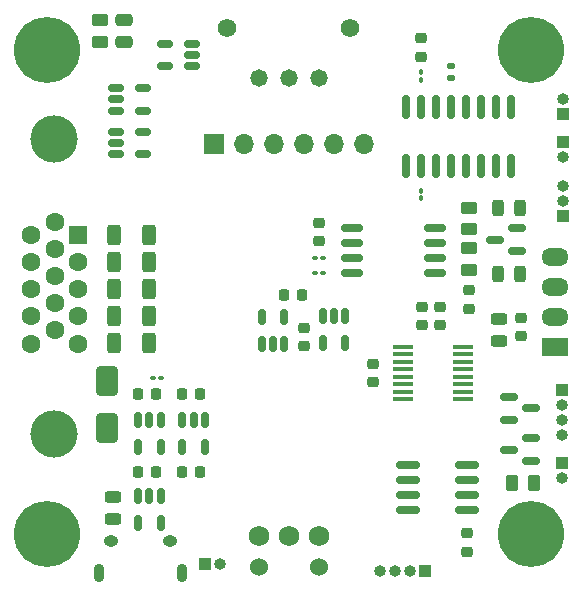
<source format=gbs>
%TF.GenerationSoftware,KiCad,Pcbnew,(7.0.0)*%
%TF.CreationDate,2023-09-29T14:09:18-04:00*%
%TF.ProjectId,_HW_ToslinkToDMX,5f48575f-546f-4736-9c69-6e6b546f444d,rev?*%
%TF.SameCoordinates,Original*%
%TF.FileFunction,Soldermask,Bot*%
%TF.FilePolarity,Negative*%
%FSLAX46Y46*%
G04 Gerber Fmt 4.6, Leading zero omitted, Abs format (unit mm)*
G04 Created by KiCad (PCBNEW (7.0.0)) date 2023-09-29 14:09:18*
%MOMM*%
%LPD*%
G01*
G04 APERTURE LIST*
G04 Aperture macros list*
%AMRoundRect*
0 Rectangle with rounded corners*
0 $1 Rounding radius*
0 $2 $3 $4 $5 $6 $7 $8 $9 X,Y pos of 4 corners*
0 Add a 4 corners polygon primitive as box body*
4,1,4,$2,$3,$4,$5,$6,$7,$8,$9,$2,$3,0*
0 Add four circle primitives for the rounded corners*
1,1,$1+$1,$2,$3*
1,1,$1+$1,$4,$5*
1,1,$1+$1,$6,$7*
1,1,$1+$1,$8,$9*
0 Add four rect primitives between the rounded corners*
20,1,$1+$1,$2,$3,$4,$5,0*
20,1,$1+$1,$4,$5,$6,$7,0*
20,1,$1+$1,$6,$7,$8,$9,0*
20,1,$1+$1,$8,$9,$2,$3,0*%
G04 Aperture macros list end*
%ADD10C,4.000000*%
%ADD11R,1.600000X1.600000*%
%ADD12C,1.600000*%
%ADD13O,0.890000X1.550000*%
%ADD14O,1.250000X0.950000*%
%ADD15C,3.600000*%
%ADD16C,5.600000*%
%ADD17R,1.700000X1.700000*%
%ADD18O,1.700000X1.700000*%
%ADD19R,1.000000X1.000000*%
%ADD20O,1.000000X1.000000*%
%ADD21C,1.473200*%
%ADD22C,1.574800*%
%ADD23R,2.300000X1.500000*%
%ADD24O,2.300000X1.500000*%
%ADD25C,1.750000*%
%ADD26C,1.524000*%
%ADD27RoundRect,0.135000X-0.185000X0.135000X-0.185000X-0.135000X0.185000X-0.135000X0.185000X0.135000X0*%
%ADD28RoundRect,0.150000X-0.150000X0.512500X-0.150000X-0.512500X0.150000X-0.512500X0.150000X0.512500X0*%
%ADD29RoundRect,0.150000X0.587500X0.150000X-0.587500X0.150000X-0.587500X-0.150000X0.587500X-0.150000X0*%
%ADD30RoundRect,0.225000X0.250000X-0.225000X0.250000X0.225000X-0.250000X0.225000X-0.250000X-0.225000X0*%
%ADD31RoundRect,0.100000X-0.100000X0.130000X-0.100000X-0.130000X0.100000X-0.130000X0.100000X0.130000X0*%
%ADD32RoundRect,0.225000X-0.225000X-0.250000X0.225000X-0.250000X0.225000X0.250000X-0.225000X0.250000X0*%
%ADD33RoundRect,0.250000X-0.312500X-0.625000X0.312500X-0.625000X0.312500X0.625000X-0.312500X0.625000X0*%
%ADD34RoundRect,0.250000X-0.650000X1.000000X-0.650000X-1.000000X0.650000X-1.000000X0.650000X1.000000X0*%
%ADD35RoundRect,0.100000X-0.130000X-0.100000X0.130000X-0.100000X0.130000X0.100000X-0.130000X0.100000X0*%
%ADD36RoundRect,0.225000X-0.250000X0.225000X-0.250000X-0.225000X0.250000X-0.225000X0.250000X0.225000X0*%
%ADD37RoundRect,0.250000X-0.450000X0.262500X-0.450000X-0.262500X0.450000X-0.262500X0.450000X0.262500X0*%
%ADD38RoundRect,0.100000X0.130000X0.100000X-0.130000X0.100000X-0.130000X-0.100000X0.130000X-0.100000X0*%
%ADD39RoundRect,0.243750X-0.243750X-0.456250X0.243750X-0.456250X0.243750X0.456250X-0.243750X0.456250X0*%
%ADD40RoundRect,0.250000X-0.475000X0.250000X-0.475000X-0.250000X0.475000X-0.250000X0.475000X0.250000X0*%
%ADD41RoundRect,0.150000X-0.512500X-0.150000X0.512500X-0.150000X0.512500X0.150000X-0.512500X0.150000X0*%
%ADD42RoundRect,0.150000X0.150000X-0.850000X0.150000X0.850000X-0.150000X0.850000X-0.150000X-0.850000X0*%
%ADD43RoundRect,0.250000X0.262500X0.450000X-0.262500X0.450000X-0.262500X-0.450000X0.262500X-0.450000X0*%
%ADD44RoundRect,0.100000X0.100000X-0.130000X0.100000X0.130000X-0.100000X0.130000X-0.100000X-0.130000X0*%
%ADD45R,1.803400X0.355600*%
%ADD46RoundRect,0.243750X0.456250X-0.243750X0.456250X0.243750X-0.456250X0.243750X-0.456250X-0.243750X0*%
%ADD47RoundRect,0.150000X0.512500X0.150000X-0.512500X0.150000X-0.512500X-0.150000X0.512500X-0.150000X0*%
%ADD48RoundRect,0.150000X-0.825000X-0.150000X0.825000X-0.150000X0.825000X0.150000X-0.825000X0.150000X0*%
%ADD49RoundRect,0.150000X-0.587500X-0.150000X0.587500X-0.150000X0.587500X0.150000X-0.587500X0.150000X0*%
%ADD50RoundRect,0.150000X-0.800000X-0.150000X0.800000X-0.150000X0.800000X0.150000X-0.800000X0.150000X0*%
%ADD51RoundRect,0.250000X0.450000X-0.262500X0.450000X0.262500X-0.450000X0.262500X-0.450000X-0.262500X0*%
%ADD52RoundRect,0.150000X0.150000X-0.512500X0.150000X0.512500X-0.150000X0.512500X-0.150000X-0.512500X0*%
G04 APERTURE END LIST*
D10*
X105600331Y-122515000D03*
X105600331Y-147515000D03*
D11*
X107650330Y-130699999D03*
D12*
X107650331Y-132990000D03*
X107650331Y-135280000D03*
X107650331Y-137570000D03*
X107650331Y-139860000D03*
X105670331Y-129555000D03*
X105670331Y-131845000D03*
X105670331Y-134135000D03*
X105670331Y-136425000D03*
X105670331Y-138715000D03*
X103690331Y-130700000D03*
X103690331Y-132990000D03*
X103690331Y-135280000D03*
X103690331Y-137570000D03*
X103690331Y-139860000D03*
D13*
X109418999Y-159257999D03*
D14*
X110418999Y-156557999D03*
X115418999Y-156557999D03*
D13*
X116418999Y-159257999D03*
D15*
X146000000Y-156000000D03*
D16*
X146000000Y-156000000D03*
D17*
X119150999Y-122935999D03*
D18*
X121690999Y-122935999D03*
X124230999Y-122935999D03*
X126770999Y-122935999D03*
X129310999Y-122935999D03*
X131850999Y-122935999D03*
D19*
X137027999Y-159130999D03*
D20*
X135757999Y-159130999D03*
X134487999Y-159130999D03*
X133217999Y-159130999D03*
D21*
X128016000Y-117348000D03*
X125476000Y-117348000D03*
X122936000Y-117348000D03*
D22*
X120276000Y-113148001D03*
X130676000Y-113148001D03*
D19*
X148716999Y-129031999D03*
D20*
X148716999Y-127761999D03*
X148716999Y-126491999D03*
D23*
X148003499Y-140155499D03*
D24*
X148003499Y-137615499D03*
X148003499Y-135075499D03*
X148003499Y-132535499D03*
D19*
X118348999Y-158495999D03*
D20*
X119618999Y-158495999D03*
D19*
X148716999Y-122808999D03*
D20*
X148716999Y-124078999D03*
D19*
X148589999Y-143763999D03*
D20*
X148589999Y-145033999D03*
X148589999Y-146303999D03*
X148589999Y-147573999D03*
D15*
X105000000Y-115000000D03*
D16*
X105000000Y-115000000D03*
D25*
X128032235Y-156155000D03*
X125476000Y-156155000D03*
X122932235Y-156155000D03*
D26*
X128032235Y-158805000D03*
X122932235Y-158805000D03*
D15*
X146000000Y-115000000D03*
D16*
X146000000Y-115000000D03*
D15*
X105000000Y-156000000D03*
D16*
X105000000Y-156000000D03*
D19*
X148589999Y-149971999D03*
D20*
X148589999Y-151241999D03*
D19*
X148716999Y-120410999D03*
D20*
X148716999Y-119140999D03*
D27*
X139192000Y-116330000D03*
X139192000Y-117350000D03*
D28*
X128336000Y-137546500D03*
X129286000Y-137546500D03*
X130236000Y-137546500D03*
X130236000Y-139821500D03*
X128336000Y-139821500D03*
D29*
X144828500Y-130114000D03*
X144828500Y-132014000D03*
X142953500Y-131064000D03*
D30*
X136779000Y-138316000D03*
X136779000Y-136766000D03*
D31*
X136652000Y-116901000D03*
X136652000Y-117541000D03*
D32*
X116446000Y-144145000D03*
X117996000Y-144145000D03*
D33*
X110678500Y-130683000D03*
X113603500Y-130683000D03*
D34*
X110109000Y-143034000D03*
X110109000Y-147034000D03*
D35*
X113980000Y-142748000D03*
X114620000Y-142748000D03*
D36*
X140589000Y-155943000D03*
X140589000Y-157493000D03*
D37*
X140716000Y-128373500D03*
X140716000Y-130198500D03*
D38*
X128336000Y-133858000D03*
X127696000Y-133858000D03*
D32*
X112702000Y-144165000D03*
X114252000Y-144165000D03*
D39*
X143207500Y-128397000D03*
X145082500Y-128397000D03*
D32*
X116446000Y-150749000D03*
X117996000Y-150749000D03*
D33*
X110678500Y-132969000D03*
X113603500Y-132969000D03*
D28*
X112715000Y-152786500D03*
X113665000Y-152786500D03*
X114615000Y-152786500D03*
X114615000Y-155061500D03*
X112715000Y-155061500D03*
D30*
X138303000Y-138316000D03*
X138303000Y-136766000D03*
D29*
X145971500Y-147894000D03*
X145971500Y-149794000D03*
X144096500Y-148844000D03*
D32*
X112702000Y-150769000D03*
X114252000Y-150769000D03*
D36*
X132588000Y-141592000D03*
X132588000Y-143142000D03*
D40*
X111506000Y-112461000D03*
X111506000Y-114361000D03*
D35*
X127696000Y-132588000D03*
X128336000Y-132588000D03*
D41*
X110821000Y-120142000D03*
X110821000Y-119192000D03*
X110821000Y-118242000D03*
X113096000Y-118242000D03*
X113096000Y-120142000D03*
D42*
X144272000Y-124801000D03*
X143002000Y-124801000D03*
X141732000Y-124801000D03*
X140462000Y-124801000D03*
X139192000Y-124801000D03*
X137922000Y-124801000D03*
X136652000Y-124801000D03*
X135382000Y-124801000D03*
X135382000Y-119801000D03*
X136652000Y-119801000D03*
X137922000Y-119801000D03*
X139192000Y-119801000D03*
X140462000Y-119801000D03*
X141732000Y-119801000D03*
X143002000Y-119801000D03*
X144272000Y-119801000D03*
D43*
X146200500Y-151638000D03*
X144375500Y-151638000D03*
D44*
X136652000Y-127574000D03*
X136652000Y-126934000D03*
D28*
X112715000Y-146309500D03*
X113665000Y-146309500D03*
X114615000Y-146309500D03*
X114615000Y-148584500D03*
X112715000Y-148584500D03*
D45*
X135115299Y-144589499D03*
X135115299Y-143954499D03*
X135115299Y-143319499D03*
X135115299Y-142684499D03*
X135115299Y-142049499D03*
X135115299Y-141414499D03*
X135115299Y-140779499D03*
X135115299Y-140144499D03*
X140220699Y-140144499D03*
X140220699Y-140779499D03*
X140220699Y-141414499D03*
X140220699Y-142049499D03*
X140220699Y-142684499D03*
X140220699Y-143319499D03*
X140220699Y-143954499D03*
X140220699Y-144589499D03*
D46*
X110617000Y-154734500D03*
X110617000Y-152859500D03*
D47*
X117281500Y-114493000D03*
X117281500Y-115443000D03*
X117281500Y-116393000D03*
X115006500Y-116393000D03*
X115006500Y-114493000D03*
D48*
X135574000Y-153924000D03*
X135574000Y-152654000D03*
X135574000Y-151384000D03*
X135574000Y-150114000D03*
X140524000Y-150114000D03*
X140524000Y-151384000D03*
X140524000Y-152654000D03*
X140524000Y-153924000D03*
D36*
X136652000Y-114033000D03*
X136652000Y-115583000D03*
D37*
X109474000Y-112498500D03*
X109474000Y-114323500D03*
D49*
X144096500Y-146304000D03*
X144096500Y-144404000D03*
X145971500Y-145354000D03*
D28*
X116469000Y-146309500D03*
X117419000Y-146309500D03*
X118369000Y-146309500D03*
X118369000Y-148584500D03*
X116469000Y-148584500D03*
D39*
X143207500Y-133985000D03*
X145082500Y-133985000D03*
D30*
X128016000Y-131204000D03*
X128016000Y-129654000D03*
D50*
X130866000Y-133858000D03*
X130866000Y-132588000D03*
X130866000Y-131318000D03*
X130866000Y-130048000D03*
X137866000Y-130048000D03*
X137866000Y-131318000D03*
X137866000Y-132588000D03*
X137866000Y-133858000D03*
D33*
X110678500Y-137541000D03*
X113603500Y-137541000D03*
D51*
X140716000Y-133627500D03*
X140716000Y-131802500D03*
D36*
X145155015Y-137711138D03*
X145155015Y-139261138D03*
X126746000Y-138544000D03*
X126746000Y-140094000D03*
X140716000Y-135369000D03*
X140716000Y-136919000D03*
D41*
X110821000Y-123825000D03*
X110821000Y-122875000D03*
X110821000Y-121925000D03*
X113096000Y-121925000D03*
X113096000Y-123825000D03*
D33*
X110678500Y-135255000D03*
X113603500Y-135255000D03*
X110678500Y-139827000D03*
X113603500Y-139827000D03*
D32*
X125082000Y-135763000D03*
X126632000Y-135763000D03*
D46*
X143256000Y-139621500D03*
X143256000Y-137746500D03*
D52*
X125099615Y-139878088D03*
X124149615Y-139878088D03*
X123199615Y-139878088D03*
X123199615Y-137603088D03*
X125099615Y-137603088D03*
M02*

</source>
